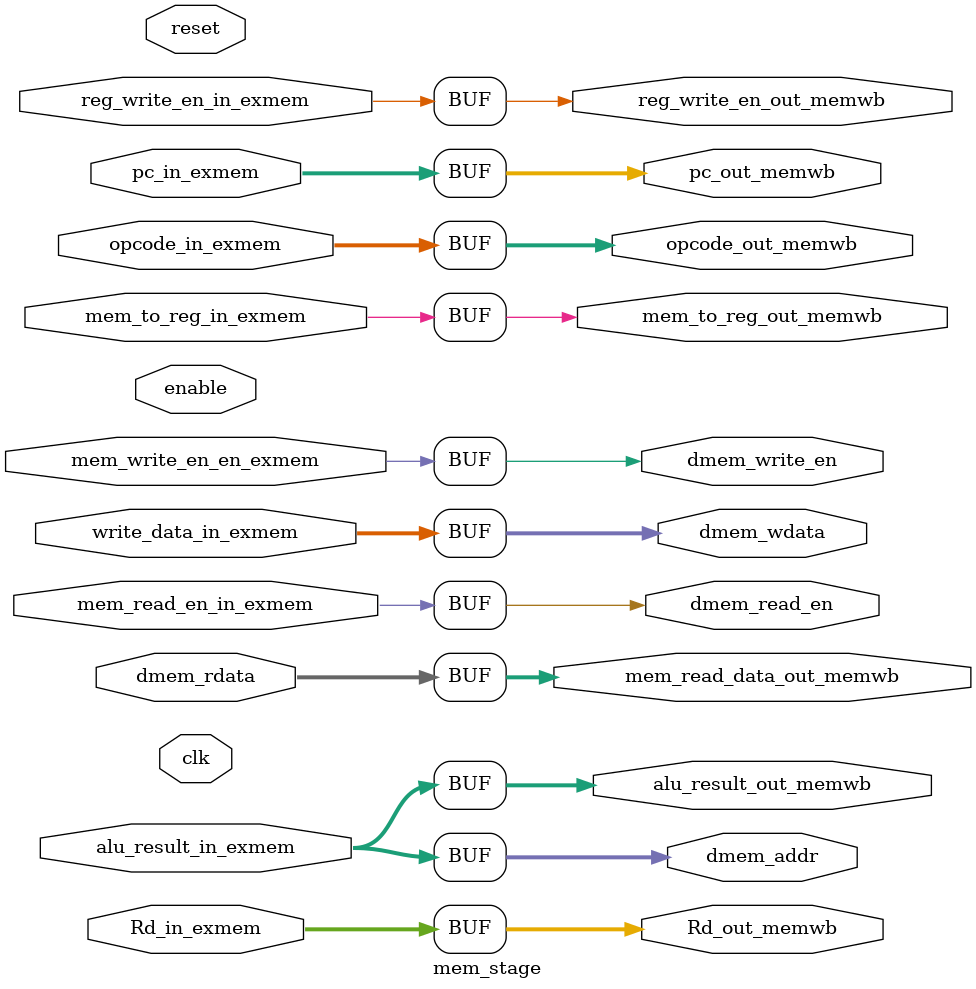
<source format=v>

module mem_stage (
    input wire clk,             // Clock signal
    input wire reset,           // Asynchronous reset
    input wire enable,          // Enable signal for pipeline (e.g., for stalls)

    // Inputs from EX/MEM pipeline register
    input wire [31:0] pc_in_exmem,
    input wire [31:0] alu_result_in_exmem,    // ALU result (memory address for LDR/STR)
    input wire [31:0] write_data_in_exmem,    // Data to write to memory (for STR)
    input wire [3:0] Rd_in_exmem,             // Destination register address
    input wire [4:0] opcode_in_exmem,         // Opcode (for debugging/further control)

    // Control signals from EX/MEM pipeline register
    input wire reg_write_en_in_exmem,         // Control: Register write enable
    input wire mem_read_en_in_exmem,          // Control: Memory read enable
    input wire mem_write_en_en_exmem,         // Control: Memory write enable
    input wire mem_to_reg_in_exmem,           // Control: Write data source (0=ALU, 1=Mem)

    // Interface to Data Memory
    output wire [31:0] dmem_addr,             // Address to Data Memory
    output wire [31:0] dmem_wdata,            // Data to write to Data Memory
    output wire dmem_read_en,                 // Data Memory Read Enable
    output wire dmem_write_en,                // Data Memory Write Enable
    input wire [31:0] dmem_rdata,             // Data read from Data Memory

    // Outputs to MEM/WB pipeline register
    output wire [31:0] pc_out_memwb,
    output wire [31:0] alu_result_out_memwb,
    output wire [31:0] mem_read_data_out_memwb,
    output wire [3:0] Rd_out_memwb,
    output wire [4:0] opcode_out_memwb,

    // Control signals to MEM/WB pipeline register
    output wire reg_write_en_out_memwb,
    output wire mem_to_reg_out_memwb
);

    // Memory address is the ALU result from the EX stage
    assign dmem_addr = alu_result_in_exmem;

    // Data to write to memory comes from the EX stage (read_data2_in_idex, which is Rm)
    assign dmem_wdata = write_data_in_exmem;

    // Data memory control signals are directly from the EX/MEM register
    assign dmem_read_en = mem_read_en_in_exmem;
    assign dmem_write_en = mem_write_en_en_exmem;

    // Outputs to MEM/WB pipeline register
    assign pc_out_memwb = pc_in_exmem;
    assign alu_result_out_memwb = alu_result_in_exmem;
    assign mem_read_data_out_memwb = dmem_rdata; // Data read from memory
    assign Rd_out_memwb = Rd_in_exmem;
    assign opcode_out_memwb = opcode_in_exmem;

    // Control signals to MEM/WB pipeline register
    assign reg_write_en_out_memwb = reg_write_en_in_exmem;
    assign mem_to_reg_out_memwb = mem_to_reg_in_exmem;

endmodule

</source>
